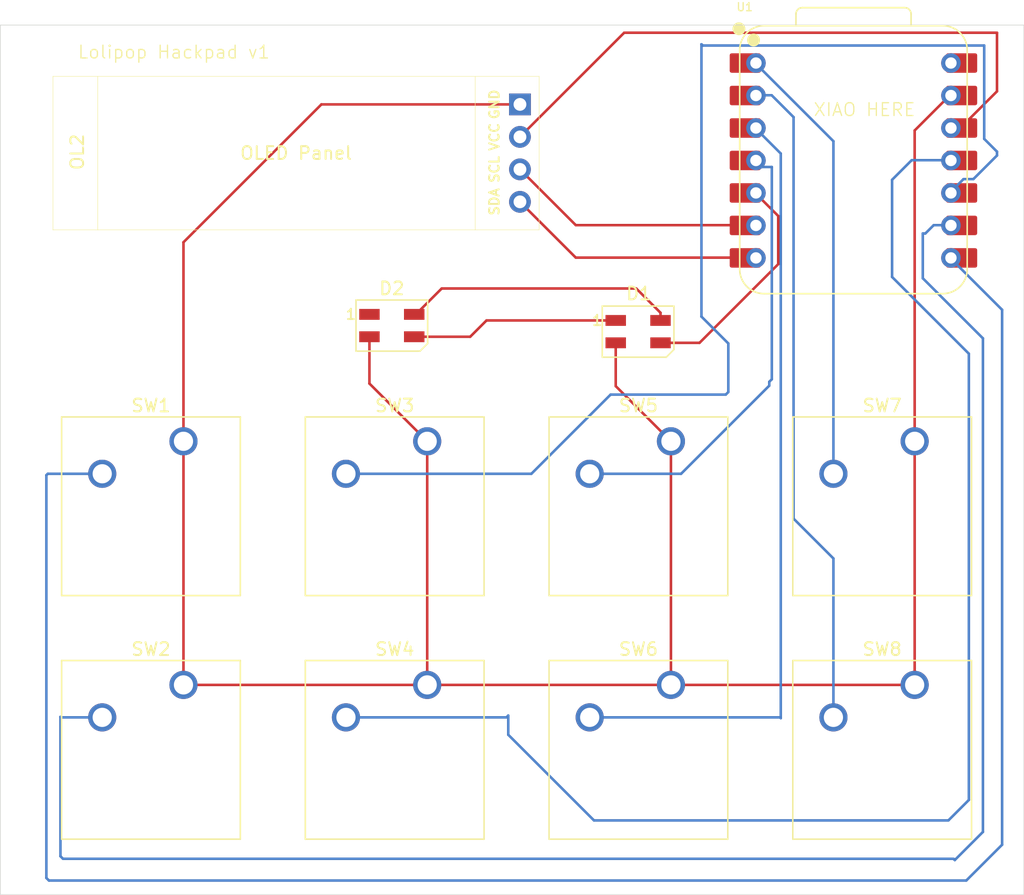
<source format=kicad_pcb>
(kicad_pcb (version 20240108) (generator "pcbnew") (generator_version "8.0")
  (layers (0 "F.Cu" signal) (31 "B.Cu" signal) (34 "B.Paste" user) (35 "F.Paste" user) (36 "B.SilkS" user "B.Silkscreen") (37 "F.SilkS" user "F.Silkscreen") (38 "B.Mask" user) (39 "F.Mask" user) (44 "Edge.Cuts" user))
  (net 0 "")
  (net 1 "Net-(D1-DIN)")
  (net 2 "GND")
  (net 3 "Net-(D1-VDD)")
  (net 4 "Net-(D1-DOUT)")
  (net 6 "+5V")
  (net 7 "Net-(OL2-SDA)")
  (net 8 "Net-(OL2-SCL)")
  (net 9 "Net-(OL2-VCC)")
  (net 10 "Net-(U1-GPIO1{slash}RX)")
  (net 11 "Net-(U1-GPIO2{slash}SCK)")
  (net 12 "Net-(U1-GPIO4{slash}MISO)")
  (net 13 "Net-(U1-GPIO3{slash}MOSI)")
  (net 14 "Net-(U1-GPIO29{slash}ADC3{slash}A3)")
  (net 15 "Net-(U1-GPIO28{slash}ADC2{slash}A2)")
  (net 16 "Net-(U1-GPIO26{slash}ADC0{slash}A0)")
  (net 17 "Net-(U1-GPIO27{slash}ADC1{slash}A1)")
  (footprint "Seeed Studio XIAO Series Library:XIAO-RP2040-DIP" (layer "F.Cu") (at 159.68 70.59)
    (property "Reference" "U1" (at -8.5 -12 0) (layer "F.SilkS") (effects (font (size 0.635 0.635) (thickness 0.1016))))
    (property "Value" "XIAO-RP2040-DIP")
    (fp_line (start -8.89 8.509) (end -8.89 -8.636) (stroke (width 0.127)) (layer "F.SilkS"))
    (fp_line (start -6.985 10.414) (end 6.985 10.414) (stroke (width 0.127)) (layer "F.SilkS"))
    (fp_line (start -4.495 -10.541) (end -4.491272 -11.451272) (stroke (width 0.127)) (layer "F.SilkS"))
    (fp_line (start -3.991272 -11.951) (end 4.004 -11.951) (stroke (width 0.127)) (layer "F.SilkS"))
    (fp_line (start 4.504 -11.451) (end 4.504 -10.541) (stroke (width 0.127)) (layer "F.SilkS"))
    (fp_line (start 6.985 -10.541) (end -6.985 -10.541) (stroke (width 0.1)) (layer "F.SilkS"))
    (fp_line (start 6.985 -10.541) (end -6.985 -10.541) (stroke (width 0.127)) (layer "F.SilkS"))
    (fp_line (start 8.89 8.509) (end 8.89 -8.636) (stroke (width 0.127)) (layer "F.SilkS"))
    (fp_arc (start -8.89 -8.636) (mid -8.332038 -9.983038) (end -6.985 -10.541) (stroke (width 0.127)) (layer "F.SilkS"))
    (fp_arc (start -6.985 10.414) (mid -8.332038 9.856038) (end -8.89 8.509) (stroke (width 0.127)) (layer "F.SilkS"))
    (fp_arc (start -4.491272 -11.451272) (mid -4.344724 -11.804644) (end -3.991272 -11.951) (stroke (width 0.127)) (layer "F.SilkS"))
    (fp_arc (start 4.004 -11.951) (mid 4.357553 -11.804553) (end 4.504 -11.451) (stroke (width 0.127)) (layer "F.SilkS"))
    (fp_arc (start 6.985 -10.541) (mid 8.332038 -9.983038) (end 8.89 -8.636) (stroke (width 0.127)) (layer "F.SilkS"))
    (fp_arc (start 8.89 8.509) (mid 8.332038 9.856038) (end 6.985 10.414) (stroke (width 0.127)) (layer "F.SilkS"))
    (fp_circle (center -8.95 -10.3) (end -8.95 -10.554) (stroke (width 0.5)) (fill solid) (layer "F.SilkS"))
    (fp_circle (center -7.807 -9.42) (end -7.807 -9.674) (stroke (width 0.5)) (fill solid) (layer "F.SilkS"))
    (pad "1" smd roundrect (at -8.455 -7.62 180) (size 2.432 1.524) (layers "F.Cu" "F.Mask") (roundrect_rratio 0.1) (net 16 "Net-(U1-GPIO26{slash}ADC0{slash}A0)"))
    (pad "1" thru_hole circle (at -7.62 -7.62 180) (size 1.524 1.524) (drill 0.889) (layers "*.Cu" "*.Mask") (net 16 "Net-(U1-GPIO26{slash}ADC0{slash}A0)"))
    (pad "2" smd roundrect (at -8.455 -5.08 180) (size 2.432 1.524) (layers "F.Cu" "F.Mask") (roundrect_rratio 0.1) (net 17 "Net-(U1-GPIO27{slash}ADC1{slash}A1)"))
    (pad "2" thru_hole circle (at -7.62 -5.08 180) (size 1.524 1.524) (drill 0.889) (layers "*.Cu" "*.Mask") (net 17 "Net-(U1-GPIO27{slash}ADC1{slash}A1)"))
    (pad "3" smd roundrect (at -8.455 -2.54 180) (size 2.432 1.524) (layers "F.Cu" "F.Mask") (roundrect_rratio 0.1) (net 15 "Net-(U1-GPIO28{slash}ADC2{slash}A2)"))
    (pad "3" thru_hole circle (at -7.62 -2.54 180) (size 1.524 1.524) (drill 0.889) (layers "*.Cu" "*.Mask") (net 15 "Net-(U1-GPIO28{slash}ADC2{slash}A2)"))
    (pad "4" smd roundrect (at -8.455 0 180) (size 2.432 1.524) (layers "F.Cu" "F.Mask") (roundrect_rratio 0.1) (net 14 "Net-(U1-GPIO29{slash}ADC3{slash}A3)"))
    (pad "4" thru_hole circle (at -7.62 0 180) (size 1.524 1.524) (drill 0.889) (layers "*.Cu" "*.Mask") (net 14 "Net-(U1-GPIO29{slash}ADC3{slash}A3)"))
    (pad "5" smd roundrect (at -8.455 2.54 180) (size 2.432 1.524) (layers "F.Cu" "F.Mask") (roundrect_rratio 0.1) (net 1 "Net-(D1-DIN)"))
    (pad "5" thru_hole circle (at -7.62 2.54 180) (size 1.524 1.524) (drill 0.889) (layers "*.Cu" "*.Mask") (net 1 "Net-(D1-DIN)"))
    (pad "6" smd roundrect (at -8.455 5.08 180) (size 2.432 1.524) (layers "F.Cu" "F.Mask") (roundrect_rratio 0.1) (net 8 "Net-(OL2-SCL)"))
    (pad "6" thru_hole circle (at -7.62 5.08 180) (size 1.524 1.524) (drill 0.889) (layers "*.Cu" "*.Mask") (net 8 "Net-(OL2-SCL)"))
    (pad "7" smd roundrect (at -8.455 7.62 180) (size 2.432 1.524) (layers "F.Cu" "F.Mask") (roundrect_rratio 0.1) (net 7 "Net-(OL2-SDA)"))
    (pad "7" thru_hole circle (at -7.62 7.62 180) (size 1.524 1.524) (drill 0.889) (layers "*.Cu" "*.Mask") (net 7 "Net-(OL2-SDA)"))
    (pad "8" thru_hole circle (at 7.62 7.62) (size 1.524 1.524) (drill 0.889) (layers "*.Cu" "*.Mask") (net 10 "Net-(U1-GPIO1{slash}RX)"))
    (pad "8" smd roundrect (at 8.455 7.62) (size 2.432 1.524) (layers "F.Cu" "F.Mask") (roundrect_rratio 0.1) (net 10 "Net-(U1-GPIO1{slash}RX)"))
    (pad "9" thru_hole circle (at 7.62 5.08) (size 1.524 1.524) (drill 0.889) (layers "*.Cu" "*.Mask") (net 11 "Net-(U1-GPIO2{slash}SCK)"))
    (pad "9" smd roundrect (at 8.455 5.08) (size 2.432 1.524) (layers "F.Cu" "F.Mask") (roundrect_rratio 0.1) (net 11 "Net-(U1-GPIO2{slash}SCK)"))
    (pad "10" thru_hole circle (at 7.62 2.54) (size 1.524 1.524) (drill 0.889) (layers "*.Cu" "*.Mask") (net 12 "Net-(U1-GPIO4{slash}MISO)"))
    (pad "10" smd roundrect (at 8.455 2.54) (size 2.432 1.524) (layers "F.Cu" "F.Mask") (roundrect_rratio 0.1) (net 12 "Net-(U1-GPIO4{slash}MISO)"))
    (pad "11" thru_hole circle (at 7.62 0) (size 1.524 1.524) (drill 0.889) (layers "*.Cu" "*.Mask") (net 13 "Net-(U1-GPIO3{slash}MOSI)"))
    (pad "11" smd roundrect (at 8.455 0) (size 2.432 1.524) (layers "F.Cu" "F.Mask") (roundrect_rratio 0.1) (net 13 "Net-(U1-GPIO3{slash}MOSI)"))
    (pad "12" thru_hole circle (at 7.62 -2.54) (size 1.524 1.524) (drill 0.889) (layers "*.Cu" "*.Mask") (net 9 "Net-(OL2-VCC)"))
    (pad "12" smd roundrect (at 8.455 -2.54) (size 2.432 1.524) (layers "F.Cu" "F.Mask") (roundrect_rratio 0.1) (net 9 "Net-(OL2-VCC)"))
    (pad "13" thru_hole circle (at 7.62 -5.08) (size 1.524 1.524) (drill 0.889) (layers "*.Cu" "*.Mask") (net 2 "GND"))
    (pad "13" smd roundrect (at 8.455 -5.08) (size 2.432 1.524) (layers "F.Cu" "F.Mask") (roundrect_rratio 0.1) (net 2 "GND"))
    (pad "14" thru_hole circle (at 7.62 -7.62) (size 1.524 1.524) (drill 0.889) (layers "*.Cu" "*.Mask") (net 6 "+5V"))
    (pad "14" smd roundrect (at 8.455 -7.62) (size 2.432 1.524) (layers "F.Cu" "F.Mask") (roundrect_rratio 0.1) (net 6 "+5V"))
  )
  (footprint "Button_Switch_Keyboard:SW_Cherry_MX_1.00u_PCB" (layer "F.Cu") (at 126.365 111.60125)
    (property "Reference" "SW4" (at -2.54 -2.794 0) (layer "F.SilkS"))
    (property "Value" "SW_Push")
    (fp_line (start -9.525 -1.905) (end 4.445 -1.905) (stroke (width 0.12)) (layer "F.SilkS"))
    (fp_line (start -9.525 12.065) (end -9.525 -1.905) (stroke (width 0.12)) (layer "F.SilkS"))
    (fp_line (start 4.445 -1.905) (end 4.445 12.065) (stroke (width 0.12)) (layer "F.SilkS"))
    (fp_line (start 4.445 12.065) (end -9.525 12.065) (stroke (width 0.12)) (layer "F.SilkS"))
    (pad "" np_thru_hole circle (at -7.62 5.08) (size 1.7 1.7) (drill 1.7) (layers "*.Cu" "*.Mask"))
    (pad "" np_thru_hole circle (at -2.54 5.08) (size 4 4) (drill 4) (layers "*.Cu" "*.Mask"))
    (pad "" np_thru_hole circle (at 2.54 5.08) (size 1.7 1.7) (drill 1.7) (layers "*.Cu" "*.Mask"))
    (pad "1" thru_hole circle (at 0 0) (size 2.2 2.2) (drill 1.5) (layers "*.Cu" "*.Mask") (net 2 "GND"))
    (pad "2" thru_hole circle (at -6.35 2.54) (size 2.2 2.2) (drill 1.5) (layers "*.Cu" "*.Mask") (net 13 "Net-(U1-GPIO3{slash}MOSI)"))
  )
  (footprint "LED_SMD:LED_SK6812MINI_PLCC4_3.5x3.5mm_P1.75mm" (layer "F.Cu") (at 123.6 83.5)
    (property "Reference" "D2" (at 0 -2.9 0) (layer "F.SilkS"))
    (property "Value" "SK6812MINI")
    (fp_line (start -2.8 -2) (end -2.8 2) (stroke (width 0.12)) (layer "F.SilkS"))
    (fp_line (start -2.8 -2) (end 2.8 -2) (stroke (width 0.12)) (layer "F.SilkS"))
    (fp_line (start -2.8 2) (end 2.2 2) (stroke (width 0.12)) (layer "F.SilkS"))
    (fp_line (start 2.8 1.4) (end 2.2 2) (stroke (width 0.12)) (layer "F.SilkS"))
    (fp_line (start 2.8 1.4) (end 2.8 -2) (stroke (width 0.12)) (layer "F.SilkS"))
    (fp_text user "1" (at -3.2 -0.875 0) (layer "F.SilkS") (effects (font (size 0.8 0.8))))
    (pad "1" smd rect (at -1.75 -0.875) (size 1.6 0.85) (layers "F.Cu" "F.Paste" "F.Mask"))
    (pad "2" smd rect (at -1.75 0.875) (size 1.6 0.85) (layers "F.Cu" "F.Paste" "F.Mask") (net 2 "GND"))
    (pad "3" smd rect (at 1.75 0.875) (size 1.6 0.85) (layers "F.Cu" "F.Paste" "F.Mask") (net 4 "Net-(D1-DOUT)"))
    (pad "4" smd rect (at 1.75 -0.875) (size 1.6 0.85) (layers "F.Cu" "F.Paste" "F.Mask") (net 3 "Net-(D1-VDD)"))
  )
  (footprint "OLED Display:SSD1306-0.91-OLED-4pin-128x32" (layer "F.Cu") (at 97.115 64.015)
    (property "Reference" "OL2" (at 1.9 5.91 90) (layer "F.SilkS"))
    (property "Value" "OLED")
    (fp_line (start 0 0) (end 0 12) (stroke (width 0.04)) (layer "F.SilkS"))
    (fp_line (start 0 12) (end 38 12) (stroke (width 0.04)) (layer "F.SilkS"))
    (fp_line (start 3.5 0) (end 3.5 12) (stroke (width 0.04)) (layer "F.SilkS"))
    (fp_line (start 33 0) (end 33 12) (stroke (width 0.04)) (layer "F.SilkS"))
    (fp_line (start 38 0) (end 0 0) (stroke (width 0.04)) (layer "F.SilkS"))
    (fp_line (start 38 12) (end 38 0) (stroke (width 0.04)) (layer "F.SilkS"))
    (fp_text user "SCL" (at 34.5 7.27 90) (layer "F.SilkS") (effects (font (size 0.75 0.75))))
    (fp_text user "SDA" (at 34.5 9.81 90) (layer "F.SilkS") (effects (font (size 0.75 0.75))))
    (fp_text user "VCC" (at 34.5 4.73 90) (layer "F.SilkS") (effects (font (size 0.75 0.75))))
    (fp_text user "OLED Panel" (at 19 6 0) (layer "F.SilkS"))
    (fp_text user "GND" (at 34.5 2.19 90) (layer "F.SilkS") (effects (font (size 0.75 0.75))))
    (pad "1" thru_hole rect (at 36.5 2.19) (size 1.7 1.7) (drill 1) (layers "*.Cu" "*.Mask") (net 2 "GND"))
    (pad "2" thru_hole oval (at 36.5 4.73) (size 1.7 1.7) (drill 1) (layers "*.Cu" "*.Mask") (net 9 "Net-(OL2-VCC)"))
    (pad "3" thru_hole oval (at 36.5 7.27) (size 1.7 1.7) (drill 1) (layers "*.Cu" "*.Mask") (net 8 "Net-(OL2-SCL)"))
    (pad "4" thru_hole oval (at 36.5 9.81) (size 1.7 1.7) (drill 1) (layers "*.Cu" "*.Mask") (net 7 "Net-(OL2-SDA)"))
  )
  (footprint "Button_Switch_Keyboard:SW_Cherry_MX_1.00u_PCB" (layer "F.Cu") (at 164.465 111.60125)
    (property "Reference" "SW8" (at -2.54 -2.794 0) (layer "F.SilkS"))
    (property "Value" "SW_Push")
    (fp_line (start -9.525 -1.905) (end 4.445 -1.905) (stroke (width 0.12)) (layer "F.SilkS"))
    (fp_line (start -9.525 12.065) (end -9.525 -1.905) (stroke (width 0.12)) (layer "F.SilkS"))
    (fp_line (start 4.445 -1.905) (end 4.445 12.065) (stroke (width 0.12)) (layer "F.SilkS"))
    (fp_line (start 4.445 12.065) (end -9.525 12.065) (stroke (width 0.12)) (layer "F.SilkS"))
    (pad "" np_thru_hole circle (at -7.62 5.08) (size 1.7 1.7) (drill 1.7) (layers "*.Cu" "*.Mask"))
    (pad "" np_thru_hole circle (at -2.54 5.08) (size 4 4) (drill 4) (layers "*.Cu" "*.Mask"))
    (pad "" np_thru_hole circle (at 2.54 5.08) (size 1.7 1.7) (drill 1.7) (layers "*.Cu" "*.Mask"))
    (pad "1" thru_hole circle (at 0 0) (size 2.2 2.2) (drill 1.5) (layers "*.Cu" "*.Mask") (net 2 "GND"))
    (pad "2" thru_hole circle (at -6.35 2.54) (size 2.2 2.2) (drill 1.5) (layers "*.Cu" "*.Mask") (net 17 "Net-(U1-GPIO27{slash}ADC1{slash}A1)"))
  )
  (footprint "Button_Switch_Keyboard:SW_Cherry_MX_1.00u_PCB" (layer "F.Cu") (at 164.465 92.55125)
    (property "Reference" "SW7" (at -2.54 -2.794 0) (layer "F.SilkS"))
    (property "Value" "SW_Push")
    (fp_line (start -9.525 -1.905) (end 4.445 -1.905) (stroke (width 0.12)) (layer "F.SilkS"))
    (fp_line (start -9.525 12.065) (end -9.525 -1.905) (stroke (width 0.12)) (layer "F.SilkS"))
    (fp_line (start 4.445 -1.905) (end 4.445 12.065) (stroke (width 0.12)) (layer "F.SilkS"))
    (fp_line (start 4.445 12.065) (end -9.525 12.065) (stroke (width 0.12)) (layer "F.SilkS"))
    (pad "" np_thru_hole circle (at -7.62 5.08) (size 1.7 1.7) (drill 1.7) (layers "*.Cu" "*.Mask"))
    (pad "" np_thru_hole circle (at -2.54 5.08) (size 4 4) (drill 4) (layers "*.Cu" "*.Mask"))
    (pad "" np_thru_hole circle (at 2.54 5.08) (size 1.7 1.7) (drill 1.7) (layers "*.Cu" "*.Mask"))
    (pad "1" thru_hole circle (at 0 0) (size 2.2 2.2) (drill 1.5) (layers "*.Cu" "*.Mask") (net 2 "GND"))
    (pad "2" thru_hole circle (at -6.35 2.54) (size 2.2 2.2) (drill 1.5) (layers "*.Cu" "*.Mask") (net 16 "Net-(U1-GPIO26{slash}ADC0{slash}A0)"))
  )
  (footprint "LED_SMD:LED_SK6812MINI_PLCC4_3.5x3.5mm_P1.75mm" (layer "F.Cu") (at 142.85 83.975)
    (property "Reference" "D1" (at 0.05 -2.975 0) (layer "F.SilkS"))
    (property "Value" "SK6812MINI")
    (fp_line (start -2.8 -2) (end -2.8 2) (stroke (width 0.12)) (layer "F.SilkS"))
    (fp_line (start -2.8 -2) (end 2.8 -2) (stroke (width 0.12)) (layer "F.SilkS"))
    (fp_line (start -2.8 2) (end 2.2 2) (stroke (width 0.12)) (layer "F.SilkS"))
    (fp_line (start 2.8 1.4) (end 2.2 2) (stroke (width 0.12)) (layer "F.SilkS"))
    (fp_line (start 2.8 1.4) (end 2.8 -2) (stroke (width 0.12)) (layer "F.SilkS"))
    (fp_text user "1" (at -3.2 -0.875 0) (layer "F.SilkS") (effects (font (size 0.8 0.8))))
    (pad "1" smd rect (at -1.75 -0.875) (size 1.6 0.85) (layers "F.Cu" "F.Paste" "F.Mask") (net 4 "Net-(D1-DOUT)"))
    (pad "2" smd rect (at -1.75 0.875) (size 1.6 0.85) (layers "F.Cu" "F.Paste" "F.Mask") (net 2 "GND"))
    (pad "3" smd rect (at 1.75 0.875) (size 1.6 0.85) (layers "F.Cu" "F.Paste" "F.Mask") (net 1 "Net-(D1-DIN)"))
    (pad "4" smd rect (at 1.75 -0.875) (size 1.6 0.85) (layers "F.Cu" "F.Paste" "F.Mask") (net 3 "Net-(D1-VDD)"))
  )
  (footprint "Button_Switch_Keyboard:SW_Cherry_MX_1.00u_PCB" (layer "F.Cu") (at 145.415 92.55125)
    (property "Reference" "SW5" (at -2.54 -2.794 0) (layer "F.SilkS"))
    (property "Value" "SW_Push")
    (fp_line (start -9.525 -1.905) (end 4.445 -1.905) (stroke (width 0.12)) (layer "F.SilkS"))
    (fp_line (start -9.525 12.065) (end -9.525 -1.905) (stroke (width 0.12)) (layer "F.SilkS"))
    (fp_line (start 4.445 -1.905) (end 4.445 12.065) (stroke (width 0.12)) (layer "F.SilkS"))
    (fp_line (start 4.445 12.065) (end -9.525 12.065) (stroke (width 0.12)) (layer "F.SilkS"))
    (pad "" np_thru_hole circle (at -7.62 5.08) (size 1.7 1.7) (drill 1.7) (layers "*.Cu" "*.Mask"))
    (pad "" np_thru_hole circle (at -2.54 5.08) (size 4 4) (drill 4) (layers "*.Cu" "*.Mask"))
    (pad "" np_thru_hole circle (at 2.54 5.08) (size 1.7 1.7) (drill 1.7) (layers "*.Cu" "*.Mask"))
    (pad "1" thru_hole circle (at 0 0) (size 2.2 2.2) (drill 1.5) (layers "*.Cu" "*.Mask") (net 2 "GND"))
    (pad "2" thru_hole circle (at -6.35 2.54) (size 2.2 2.2) (drill 1.5) (layers "*.Cu" "*.Mask") (net 14 "Net-(U1-GPIO29{slash}ADC3{slash}A3)"))
  )
  (footprint "Button_Switch_Keyboard:SW_Cherry_MX_1.00u_PCB" (layer "F.Cu") (at 126.365 92.55125)
    (property "Reference" "SW3" (at -2.54 -2.794 0) (layer "F.SilkS"))
    (property "Value" "SW_Push")
    (fp_line (start -9.525 -1.905) (end 4.445 -1.905) (stroke (width 0.12)) (layer "F.SilkS"))
    (fp_line (start -9.525 12.065) (end -9.525 -1.905) (stroke (width 0.12)) (layer "F.SilkS"))
    (fp_line (start 4.445 -1.905) (end 4.445 12.065) (stroke (width 0.12)) (layer "F.SilkS"))
    (fp_line (start 4.445 12.065) (end -9.525 12.065) (stroke (width 0.12)) (layer "F.SilkS"))
    (pad "" np_thru_hole circle (at -7.62 5.08) (size 1.7 1.7) (drill 1.7) (layers "*.Cu" "*.Mask"))
    (pad "" np_thru_hole circle (at -2.54 5.08) (size 4 4) (drill 4) (layers "*.Cu" "*.Mask"))
    (pad "" np_thru_hole circle (at 2.54 5.08) (size 1.7 1.7) (drill 1.7) (layers "*.Cu" "*.Mask"))
    (pad "1" thru_hole circle (at 0 0) (size 2.2 2.2) (drill 1.5) (layers "*.Cu" "*.Mask") (net 2 "GND"))
    (pad "2" thru_hole circle (at -6.35 2.54) (size 2.2 2.2) (drill 1.5) (layers "*.Cu" "*.Mask") (net 12 "Net-(U1-GPIO4{slash}MISO)"))
  )
  (footprint "Button_Switch_Keyboard:SW_Cherry_MX_1.00u_PCB" (layer "F.Cu") (at 145.415 111.60125)
    (property "Reference" "SW6" (at -2.54 -2.794 0) (layer "F.SilkS"))
    (property "Value" "SW_Push")
    (fp_line (start -9.525 -1.905) (end 4.445 -1.905) (stroke (width 0.12)) (layer "F.SilkS"))
    (fp_line (start -9.525 12.065) (end -9.525 -1.905) (stroke (width 0.12)) (layer "F.SilkS"))
    (fp_line (start 4.445 -1.905) (end 4.445 12.065) (stroke (width 0.12)) (layer "F.SilkS"))
    (fp_line (start 4.445 12.065) (end -9.525 12.065) (stroke (width 0.12)) (layer "F.SilkS"))
    (pad "" np_thru_hole circle (at -7.62 5.08) (size 1.7 1.7) (drill 1.7) (layers "*.Cu" "*.Mask"))
    (pad "" np_thru_hole circle (at -2.54 5.08) (size 4 4) (drill 4) (layers "*.Cu" "*.Mask"))
    (pad "" np_thru_hole circle (at 2.54 5.08) (size 1.7 1.7) (drill 1.7) (layers "*.Cu" "*.Mask"))
    (pad "1" thru_hole circle (at 0 0) (size 2.2 2.2) (drill 1.5) (layers "*.Cu" "*.Mask") (net 2 "GND"))
    (pad "2" thru_hole circle (at -6.35 2.54) (size 2.2 2.2) (drill 1.5) (layers "*.Cu" "*.Mask") (net 15 "Net-(U1-GPIO28{slash}ADC2{slash}A2)"))
  )
  (footprint "Button_Switch_Keyboard:SW_Cherry_MX_1.00u_PCB" (layer "F.Cu") (at 107.315 92.55125)
    (property "Reference" "SW1" (at -2.54 -2.794 0) (layer "F.SilkS"))
    (property "Value" "SW_Push")
    (fp_line (start -9.525 -1.905) (end 4.445 -1.905) (stroke (width 0.12)) (layer "F.SilkS"))
    (fp_line (start -9.525 12.065) (end -9.525 -1.905) (stroke (width 0.12)) (layer "F.SilkS"))
    (fp_line (start 4.445 -1.905) (end 4.445 12.065) (stroke (width 0.12)) (layer "F.SilkS"))
    (fp_line (start 4.445 12.065) (end -9.525 12.065) (stroke (width 0.12)) (layer "F.SilkS"))
    (pad "" np_thru_hole circle (at -7.62 5.08) (size 1.7 1.7) (drill 1.7) (layers "*.Cu" "*.Mask"))
    (pad "" np_thru_hole circle (at -2.54 5.08) (size 4 4) (drill 4) (layers "*.Cu" "*.Mask"))
    (pad "" np_thru_hole circle (at 2.54 5.08) (size 1.7 1.7) (drill 1.7) (layers "*.Cu" "*.Mask"))
    (pad "1" thru_hole circle (at 0 0) (size 2.2 2.2) (drill 1.5) (layers "*.Cu" "*.Mask") (net 2 "GND"))
    (pad "2" thru_hole circle (at -6.35 2.54) (size 2.2 2.2) (drill 1.5) (layers "*.Cu" "*.Mask") (net 10 "Net-(U1-GPIO1{slash}RX)"))
  )
  (footprint "Button_Switch_Keyboard:SW_Cherry_MX_1.00u_PCB" (layer "F.Cu") (at 107.315 111.60125)
    (property "Reference" "SW2" (at -2.54 -2.794 0) (layer "F.SilkS"))
    (property "Value" "SW_Push")
    (fp_line (start -9.525 -1.905) (end 4.445 -1.905) (stroke (width 0.12)) (layer "F.SilkS"))
    (fp_line (start -9.525 12.065) (end -9.525 -1.905) (stroke (width 0.12)) (layer "F.SilkS"))
    (fp_line (start 4.445 -1.905) (end 4.445 12.065) (stroke (width 0.12)) (layer "F.SilkS"))
    (fp_line (start 4.445 12.065) (end -9.525 12.065) (stroke (width 0.12)) (layer "F.SilkS"))
    (pad "" np_thru_hole circle (at -7.62 5.08) (size 1.7 1.7) (drill 1.7) (layers "*.Cu" "*.Mask"))
    (pad "" np_thru_hole circle (at -2.54 5.08) (size 4 4) (drill 4) (layers "*.Cu" "*.Mask"))
    (pad "" np_thru_hole circle (at 2.54 5.08) (size 1.7 1.7) (drill 1.7) (layers "*.Cu" "*.Mask"))
    (pad "1" thru_hole circle (at 0 0) (size 2.2 2.2) (drill 1.5) (layers "*.Cu" "*.Mask") (net 2 "GND"))
    (pad "2" thru_hole circle (at -6.35 2.54) (size 2.2 2.2) (drill 1.5) (layers "*.Cu" "*.Mask") (net 11 "Net-(U1-GPIO2{slash}SCK)"))
  )
  (gr_rect (start 93 60) (end 173 128) (stroke (width 0.05)) (fill none) (layer "Edge.Cuts"))
  (gr_text "XIAO HERE" (at 156.5 67.2 0) (layer "F.SilkS") (effects (font (size 1 1) (thickness 0.1)) (justify left bottom)))
  (gr_text "Lolipop Hackpad v1" (at 99 62.7 0) (layer "F.SilkS") (effects (font (size 1 1) (thickness 0.1)) (justify left bottom)))
  (segment (start 147.65 84.85) (end 153.8 78.7) (width 0.2) (layer "F.Cu") (net 1))
  (segment (start 144.6 84.85) (end 147.65 84.85) (width 0.2) (layer "F.Cu") (net 1))
  (segment (start 153.8 78.7) (end 153.8 74.9285) (width 0.2) (layer "F.Cu") (net 1))
  (segment (start 153.8 74.9285) (end 151.98 73.1085) (width 0.2) (layer "F.Cu") (net 1))
  (segment (start 133.615 66.205) (end 118.095 66.205) (width 0.2) (layer "F.Cu") (net 2))
  (segment (start 141.1 84.85) (end 141.1 88.23625) (width 0.2) (layer "F.Cu") (net 2))
  (segment (start 126.365 92.55125) (end 126.365 111.60125) (width 0.2) (layer "F.Cu") (net 2))
  (segment (start 121.85 88.03625) (end 126.365 92.55125) (width 0.2) (layer "F.Cu") (net 2))
  (segment (start 107.315 92.55125) (end 107.315 111.60125) (width 0.2) (layer "F.Cu") (net 2))
  (segment (start 126.365 111.60125) (end 145.415 111.60125) (width 0.2) (layer "F.Cu") (net 2))
  (segment (start 141.1 88.23625) (end 145.415 92.55125) (width 0.2) (layer "F.Cu") (net 2))
  (segment (start 164.465 92.55125) (end 164.465 68.2435) (width 0.2) (layer "F.Cu") (net 2))
  (segment (start 126.365 111.60125) (end 107.315 111.60125) (width 0.2) (layer "F.Cu") (net 2))
  (segment (start 121.85 84.375) (end 121.85 88.03625) (width 0.2) (layer "F.Cu") (net 2))
  (segment (start 164.465 92.55125) (end 164.465 111.60125) (width 0.2) (layer "F.Cu") (net 2))
  (segment (start 118.095 66.205) (end 107.315 76.985) (width 0.2) (layer "F.Cu") (net 2))
  (segment (start 145.415 111.60125) (end 145.415 92.55125) (width 0.2) (layer "F.Cu") (net 2))
  (segment (start 164.465 68.2435) (end 167.22 65.4885) (width 0.2) (layer "F.Cu") (net 2))
  (segment (start 107.315 76.985) (end 107.315 92.55125) (width 0.2) (layer "F.Cu") (net 2))
  (segment (start 145.415 111.60125) (end 164.465 111.60125) (width 0.2) (layer "F.Cu") (net 2))
  (segment (start 125.35 82.625) (end 125.475 82.625) (width 0.2) (layer "F.Cu") (net 3))
  (segment (start 142.7 80.6) (end 144.6 82.5) (width 0.2) (layer "F.Cu") (net 3))
  (segment (start 125.475 82.625) (end 127.5 80.6) (width 0.2) (layer "F.Cu") (net 3))
  (segment (start 144.6 82.5) (end 144.6 83.1) (width 0.2) (layer "F.Cu") (net 3))
  (segment (start 127.5 80.6) (end 142.7 80.6) (width 0.2) (layer "F.Cu") (net 3))
  (segment (start 131 83.1) (end 141.1 83.1) (width 0.2) (layer "F.Cu") (net 4))
  (segment (start 129.725 84.375) (end 131 83.1) (width 0.2) (layer "F.Cu") (net 4))
  (segment (start 125.35 84.375) (end 129.725 84.375) (width 0.2) (layer "F.Cu") (net 4))
  (segment (start 137.9785 78.1885) (end 151.98 78.1885) (width 0.2) (layer "F.Cu") (net 7))
  (segment (start 133.615 73.825) (end 137.9785 78.1885) (width 0.2) (layer "F.Cu") (net 7))
  (segment (start 133.615 71.285) (end 137.9785 75.6485) (width 0.2) (layer "F.Cu") (net 8))
  (segment (start 137.9785 75.6485) (end 151.98 75.6485) (width 0.2) (layer "F.Cu") (net 8))
  (segment (start 170.9 60.6) (end 170.9 65.1835) (width 0.2) (layer "F.Cu") (net 9))
  (segment (start 170.9 65.1835) (end 168.055 68.0285) (width 0.2) (layer "F.Cu") (net 9))
  (segment (start 133.615 68.745) (end 141.76 60.6) (width 0.2) (layer "F.Cu") (net 9))
  (segment (start 141.76 60.6) (end 170.9 60.6) (width 0.2) (layer "F.Cu") (net 9))
  (segment (start 96.6 126.7) (end 96.8 126.9) (width 0.2) (layer "B.Cu") (net 10))
  (segment (start 96.6 95.2) (end 96.6 126.7) (width 0.2) (layer "B.Cu") (net 10))
  (segment (start 96.70875 95.09125) (end 96.6 95.2) (width 0.2) (layer "B.Cu") (net 10))
  (segment (start 171.3 82.2685) (end 167.22 78.1885) (width 0.2) (layer "B.Cu") (net 10))
  (segment (start 168.5 126.9) (end 171.3 124.1) (width 0.2) (layer "B.Cu") (net 10))
  (segment (start 171.3 124.1) (end 171.3 82.2685) (width 0.2) (layer "B.Cu") (net 10))
  (segment (start 100.965 95.09125) (end 96.70875 95.09125) (width 0.2) (layer "B.Cu") (net 10))
  (segment (start 96.8 126.9) (end 168.5 126.9) (width 0.2) (layer "B.Cu") (net 10))
  (segment (start 165.1 76.3) (end 165.3 76.3) (width 0.2) (layer "B.Cu") (net 11))
  (segment (start 165.9515 75.6485) (end 167.22 75.6485) (width 0.2) (layer "B.Cu") (net 11))
  (segment (start 167.6 125.3) (end 169.8 123.1) (width 0.2) (layer "B.Cu") (net 11))
  (segment (start 169.8 123.1) (end 169.8 84.5) (width 0.2) (layer "B.Cu") (net 11))
  (segment (start 165.3 76.3) (end 165.9515 75.6485) (width 0.2) (layer "B.Cu") (net 11))
  (segment (start 97.74125 114.14125) (end 97.7 114.1) (width 0.2) (layer "B.Cu") (net 11))
  (segment (start 165.1 79.8) (end 165.1 76.3) (width 0.2) (layer "B.Cu") (net 11))
  (segment (start 97.7 114.1) (end 97.7 125) (width 0.2) (layer "B.Cu") (net 11))
  (segment (start 97.7 125) (end 97.9 125.2) (width 0.2) (layer "B.Cu") (net 11))
  (segment (start 169.8 84.5) (end 165.1 79.8) (width 0.2) (layer "B.Cu") (net 11))
  (segment (start 97.9 125.2) (end 167.5 125.2) (width 0.2) (layer "B.Cu") (net 11))
  (segment (start 167.5 125.2) (end 167.6 125.3) (width 0.2) (layer "B.Cu") (net 11))
  (segment (start 100.965 114.14125) (end 97.74125 114.14125) (width 0.2) (layer "B.Cu") (net 11))
  (segment (start 149.9 88.7) (end 149.9 84.9) (width 0.2) (layer "B.Cu") (net 12))
  (segment (start 170.9 69.9) (end 169.9 68.9) (width 0.2) (layer "B.Cu") (net 12))
  (segment (start 134.50875 95.09125) (end 140.7 88.9) (width 0.2) (layer "B.Cu") (net 12))
  (segment (start 147.9 61.6) (end 147.8 61.5) (width 0.2) (layer "B.Cu") (net 12))
  (segment (start 140.7 88.9) (end 149.7 88.9) (width 0.2) (layer "B.Cu") (net 12))
  (segment (start 169.9 68.9) (end 169.9 61.6) (width 0.2) (layer "B.Cu") (net 12))
  (segment (start 149.7 88.9) (end 149.9 88.7) (width 0.2) (layer "B.Cu") (net 12))
  (segment (start 169.0535 72.0465) (end 170.9 70.2) (width 0.2) (layer "B.Cu") (net 12))
  (segment (start 120.015 95.09125) (end 134.50875 95.09125) (width 0.2) (layer "B.Cu") (net 12))
  (segment (start 167.22 73.1085) (end 168.282 72.0465) (width 0.2) (layer "B.Cu") (net 12))
  (segment (start 147.8 61.5) (end 147.8 82.8) (width 0.2) (layer "B.Cu") (net 12))
  (segment (start 147.8 82.8) (end 149.9 84.9) (width 0.2) (layer "B.Cu") (net 12))
  (segment (start 168.282 72.0465) (end 169.0535 72.0465) (width 0.2) (layer "B.Cu") (net 12))
  (segment (start 170.9 70.2) (end 170.9 69.9) (width 0.2) (layer "B.Cu") (net 12))
  (segment (start 169.9 61.6) (end 147.9 61.6) (width 0.2) (layer "B.Cu") (net 12))
  (segment (start 167.1 122.2) (end 168.7 120.6) (width 0.2) (layer "B.Cu") (net 13))
  (segment (start 164.2315 70.5685) (end 167.22 70.5685) (width 0.2) (layer "B.Cu") (net 13))
  (segment (start 132.7 114) (end 132.7 115.5) (width 0.2) (layer "B.Cu") (net 13))
  (segment (start 120.015 114.14125) (end 132.55875 114.14125) (width 0.2) (layer "B.Cu") (net 13))
  (segment (start 132.55875 114.14125) (end 132.7 114) (width 0.2) (layer "B.Cu") (net 13))
  (segment (start 132.7 115.5) (end 139.4 122.2) (width 0.2) (layer "B.Cu") (net 13))
  (segment (start 162.7 72.1) (end 164.2315 70.5685) (width 0.2) (layer "B.Cu") (net 13))
  (segment (start 139.4 122.2) (end 167.1 122.2) (width 0.2) (layer "B.Cu") (net 13))
  (segment (start 162.7 79.7) (end 162.7 72.1) (width 0.2) (layer "B.Cu") (net 13))
  (segment (start 168.7 85.7) (end 162.7 79.7) (width 0.2) (layer "B.Cu") (net 13))
  (segment (start 168.7 120.6) (end 168.7 85.7) (width 0.2) (layer "B.Cu") (net 13))
  (segment (start 139.065 95.09125) (end 146.20875 95.09125) (width 0.2) (layer "B.Cu") (net 14))
  (segment (start 153.3 87.7) (end 153.3 71.1) (width 0.2) (layer "B.Cu") (net 14))
  (segment (start 153.3 71.1) (end 152.5115 71.1) (width 0.2) (layer "B.Cu") (net 14))
  (segment (start 152.5115 71.1) (end 151.98 70.5685) (width 0.2) (layer "B.Cu") (net 14))
  (segment (start 146.20875 95.09125) (end 153.1 88.2) (width 0.2) (layer "B.Cu") (net 14))
  (segment (start 153.1 88.2) (end 153.1 87.9) (width 0.2) (layer "B.Cu") (net 14))
  (segment (start 153.1 87.9) (end 153.3 87.7) (width 0.2) (layer "B.Cu") (net 14))
  (segment (start 139.065 114.14125) (end 153.94125 114.14125) (width 0.2) (layer "B.Cu") (net 15))
  (segment (start 154 114.2) (end 154 70.0485) (width 0.2) (layer "B.Cu") (net 15))
  (segment (start 154 70.0485) (end 151.98 68.0285) (width 0.2) (layer "B.Cu") (net 15))
  (segment (start 153.94125 114.14125) (end 154 114.2) (width 0.2) (layer "B.Cu") (net 15))
  (segment (start 158.115 95.09125) (end 158.115 69.0835) (width 0.2) (layer "B.Cu") (net 16))
  (segment (start 158.115 69.0835) (end 151.98 62.9485) (width 0.2) (layer "B.Cu") (net 16))
  (segment (start 155 67.2) (end 153.2885 65.4885) (width 0.2) (layer "B.Cu") (net 17))
  (segment (start 158.115 114.14125) (end 158.115 101.715) (width 0.2) (layer "B.Cu") (net 17))
  (segment (start 158.115 101.715) (end 155 98.6) (width 0.2) (layer "B.Cu") (net 17))
  (segment (start 155 98.6) (end 155 67.2) (width 0.2) (layer "B.Cu") (net 17))
  (segment (start 153.2885 65.4885) (end 151.98 65.4885) (width 0.2) (layer "B.Cu") (net 17))
)
</source>
